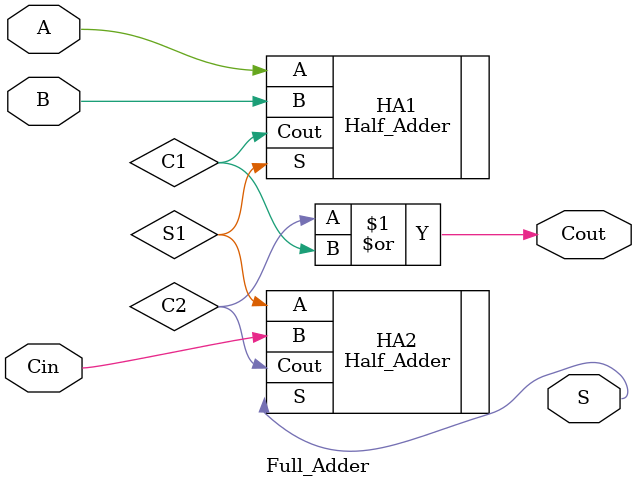
<source format=v>
module Full_Adder(A, B, Cin, S, Cout);
input A, B, Cin;
output S, Cout;
wire S1, C1, C2;

Half_Adder HA1(.A(A), .B(B), .S(S1), .Cout(C1));
Half_Adder HA2(.A(S1), .B(Cin), .S(S), .Cout(C2));
or G0(Cout, C2, C1);

endmodule
</source>
